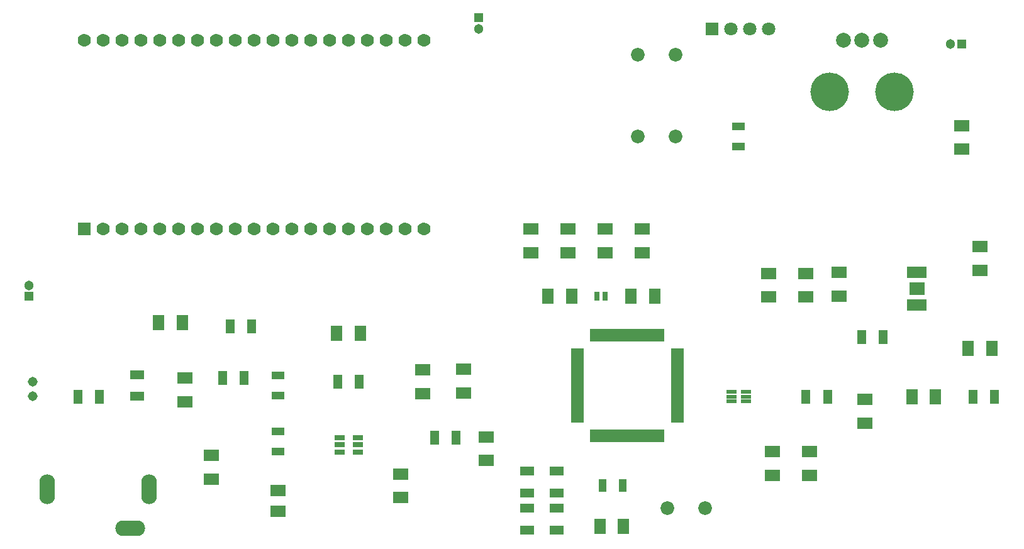
<source format=gts>
G04*
G04 #@! TF.GenerationSoftware,Altium Limited,Altium Designer,21.7.2 (23)*
G04*
G04 Layer_Color=8388736*
%FSLAX25Y25*%
%MOIN*%
G70*
G04*
G04 #@! TF.SameCoordinates,5EADC6DB-F1F9-4870-979B-081E39BDB051*
G04*
G04*
G04 #@! TF.FilePolarity,Negative*
G04*
G01*
G75*
%ADD16R,0.02769X0.04737*%
%ADD17R,0.07690X0.05131*%
%ADD18R,0.02572X0.06312*%
%ADD19R,0.08241X0.06981*%
%ADD20R,0.06115X0.08280*%
%ADD21R,0.08280X0.06115*%
%ADD22R,0.06607X0.01981*%
%ADD23R,0.01981X0.06607*%
%ADD24R,0.07493X0.05131*%
%ADD25R,0.07099X0.04343*%
%ADD26R,0.04343X0.07099*%
%ADD27R,0.05131X0.07493*%
%ADD28R,0.06902X0.04343*%
%ADD29R,0.05524X0.03162*%
%ADD30R,0.07887X0.05918*%
%ADD31R,0.05524X0.02375*%
%ADD32C,0.06942*%
%ADD33R,0.06942X0.06942*%
%ADD34R,0.05131X0.05131*%
%ADD35C,0.05131*%
%ADD36C,0.05162*%
%ADD37R,0.05131X0.05131*%
%ADD38R,0.07119X0.07119*%
%ADD39C,0.07119*%
%ADD40C,0.07249*%
%ADD41O,0.08280X0.15761*%
%ADD42O,0.15761X0.08280*%
%ADD43C,0.07887*%
%ADD44C,0.20406*%
D16*
X320866Y131890D02*
D03*
X316535D02*
D03*
D17*
X279528Y19685D02*
D03*
Y7874D02*
D03*
X295275Y19685D02*
D03*
Y7874D02*
D03*
D18*
X482382Y127165D02*
D03*
X484941D02*
D03*
X487500D02*
D03*
X490059D02*
D03*
Y144488D02*
D03*
X487500D02*
D03*
X484941D02*
D03*
X482382D02*
D03*
D19*
X486221Y135827D02*
D03*
D20*
X334646Y131890D02*
D03*
X347244D02*
D03*
X303150D02*
D03*
X290551D02*
D03*
X330709Y9843D02*
D03*
X318110D02*
D03*
X178740Y112205D02*
D03*
X191339D02*
D03*
X84252Y118110D02*
D03*
X96851D02*
D03*
X513386Y104331D02*
D03*
X525984D02*
D03*
X483465Y78740D02*
D03*
X496063D02*
D03*
D21*
X340551Y155118D02*
D03*
Y167717D02*
D03*
X320866Y155118D02*
D03*
Y167717D02*
D03*
X301181Y155118D02*
D03*
Y167717D02*
D03*
X281496Y155118D02*
D03*
Y167717D02*
D03*
X98425Y88583D02*
D03*
Y75984D02*
D03*
X246063Y93307D02*
D03*
Y80709D02*
D03*
X224409Y92913D02*
D03*
Y80315D02*
D03*
X112205Y35039D02*
D03*
Y47638D02*
D03*
X257874Y57480D02*
D03*
Y44882D02*
D03*
X212598Y37795D02*
D03*
Y25197D02*
D03*
X458661Y77165D02*
D03*
Y64567D02*
D03*
X509842Y209842D02*
D03*
Y222441D02*
D03*
X429134Y49606D02*
D03*
Y37008D02*
D03*
X409449Y49606D02*
D03*
Y37008D02*
D03*
X519685Y145669D02*
D03*
Y158268D02*
D03*
X407480Y131496D02*
D03*
Y144094D02*
D03*
X427165Y131496D02*
D03*
Y144095D02*
D03*
X444882Y131890D02*
D03*
Y144488D02*
D03*
D22*
X306150Y103346D02*
D03*
Y101378D02*
D03*
Y99409D02*
D03*
Y97441D02*
D03*
Y95472D02*
D03*
Y93504D02*
D03*
Y91535D02*
D03*
Y89567D02*
D03*
Y87598D02*
D03*
Y85630D02*
D03*
Y83661D02*
D03*
Y81693D02*
D03*
Y79724D02*
D03*
Y77756D02*
D03*
Y75787D02*
D03*
Y73819D02*
D03*
Y71850D02*
D03*
Y69882D02*
D03*
Y67913D02*
D03*
Y65945D02*
D03*
X359205D02*
D03*
Y67913D02*
D03*
Y69882D02*
D03*
Y71850D02*
D03*
Y73819D02*
D03*
Y75787D02*
D03*
Y77756D02*
D03*
Y79724D02*
D03*
Y81693D02*
D03*
Y83661D02*
D03*
Y85630D02*
D03*
Y87598D02*
D03*
Y89567D02*
D03*
Y91535D02*
D03*
Y93504D02*
D03*
Y95472D02*
D03*
Y97441D02*
D03*
Y99409D02*
D03*
Y101378D02*
D03*
Y103346D02*
D03*
D23*
X313976Y58118D02*
D03*
X315945D02*
D03*
X317913D02*
D03*
X319882D02*
D03*
X321850D02*
D03*
X323819D02*
D03*
X325787D02*
D03*
X327756D02*
D03*
X329724D02*
D03*
X331693D02*
D03*
X333661D02*
D03*
X335630D02*
D03*
X337598D02*
D03*
X339567D02*
D03*
X341535D02*
D03*
X343504D02*
D03*
X345472D02*
D03*
X347441D02*
D03*
X349409D02*
D03*
X351378D02*
D03*
Y111173D02*
D03*
X349409D02*
D03*
X347441D02*
D03*
X345472D02*
D03*
X343504D02*
D03*
X341535D02*
D03*
X339567D02*
D03*
X337598D02*
D03*
X335630D02*
D03*
X333661D02*
D03*
X331693D02*
D03*
X329724D02*
D03*
X327756D02*
D03*
X325787D02*
D03*
X323819D02*
D03*
X321850D02*
D03*
X319882D02*
D03*
X317913D02*
D03*
X315945D02*
D03*
X313976D02*
D03*
D24*
X295275Y39173D02*
D03*
Y27756D02*
D03*
X279528Y39173D02*
D03*
Y27756D02*
D03*
X72835Y78937D02*
D03*
Y90354D02*
D03*
D25*
X391732Y221850D02*
D03*
Y211221D02*
D03*
X147638Y49803D02*
D03*
Y60433D02*
D03*
D26*
X330118Y31496D02*
D03*
X319488D02*
D03*
D27*
X122244Y116142D02*
D03*
X133661D02*
D03*
X118110Y88583D02*
D03*
X129528D02*
D03*
X179134Y86614D02*
D03*
X190551D02*
D03*
X52953Y78740D02*
D03*
X41535D02*
D03*
X241929Y57087D02*
D03*
X230512D02*
D03*
X515945Y78740D02*
D03*
X527362D02*
D03*
X427362Y78740D02*
D03*
X438780D02*
D03*
X456890Y110236D02*
D03*
X468307D02*
D03*
D28*
X147638Y79429D02*
D03*
Y89862D02*
D03*
D29*
X180118Y56890D02*
D03*
Y53150D02*
D03*
Y49409D02*
D03*
X189961D02*
D03*
Y53150D02*
D03*
Y56890D02*
D03*
D30*
X147638Y18110D02*
D03*
Y29134D02*
D03*
D31*
X387992Y81299D02*
D03*
Y78740D02*
D03*
Y76181D02*
D03*
X395472D02*
D03*
Y78740D02*
D03*
Y81299D02*
D03*
D32*
X225039Y267717D02*
D03*
X215039D02*
D03*
X205039D02*
D03*
X195039D02*
D03*
X185039D02*
D03*
X175039D02*
D03*
X165039D02*
D03*
X155039D02*
D03*
X145039D02*
D03*
X135039D02*
D03*
X125039D02*
D03*
X115039D02*
D03*
X105039D02*
D03*
X95039D02*
D03*
X85039D02*
D03*
X75039D02*
D03*
X65039D02*
D03*
X55039D02*
D03*
X45039D02*
D03*
X215039Y167717D02*
D03*
X205039D02*
D03*
X195039D02*
D03*
X185039D02*
D03*
X175039D02*
D03*
X165039D02*
D03*
X155039D02*
D03*
X145039D02*
D03*
X135039D02*
D03*
X125039D02*
D03*
X115039D02*
D03*
X105039D02*
D03*
X95039D02*
D03*
X85039D02*
D03*
X75039D02*
D03*
X65039D02*
D03*
X225039D02*
D03*
X55039D02*
D03*
D33*
X45039D02*
D03*
D34*
X509842Y265748D02*
D03*
D35*
X503937D02*
D03*
X253937Y273622D02*
D03*
X15748Y137795D02*
D03*
D36*
X17717Y79134D02*
D03*
Y86614D02*
D03*
D37*
X253937Y279527D02*
D03*
X15748Y131890D02*
D03*
D38*
X377638Y273622D02*
D03*
D39*
X387638D02*
D03*
X397638D02*
D03*
X407638D02*
D03*
D40*
X338169Y259842D02*
D03*
X358268D02*
D03*
X338169Y216535D02*
D03*
X358268D02*
D03*
X353917Y19685D02*
D03*
X374016D02*
D03*
D41*
X25197Y29528D02*
D03*
X79134D02*
D03*
D42*
X69291Y9055D02*
D03*
D43*
X466929Y267717D02*
D03*
X457087D02*
D03*
X447244D02*
D03*
D44*
X474409Y240158D02*
D03*
X439764D02*
D03*
M02*

</source>
